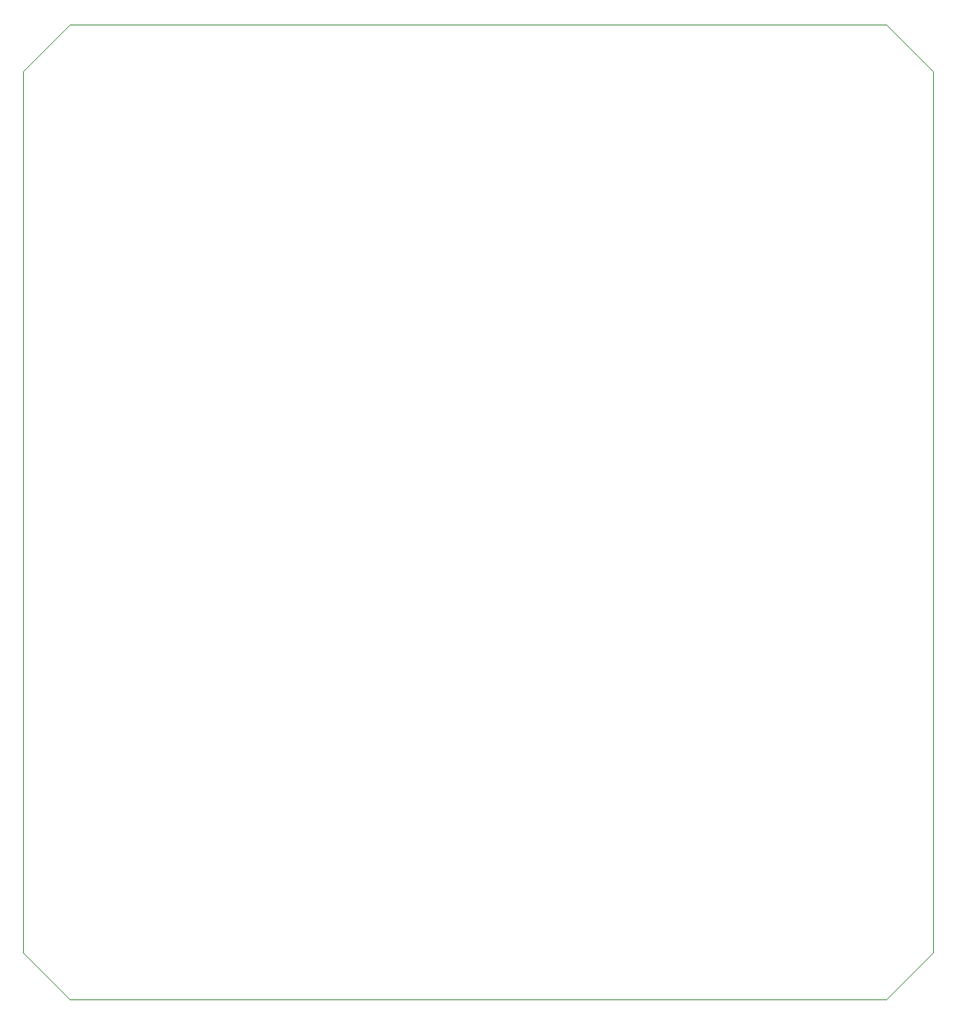
<source format=gm1>
G04 #@! TF.GenerationSoftware,KiCad,Pcbnew,9.0.0*
G04 #@! TF.CreationDate,2025-04-21T22:07:49+01:00*
G04 #@! TF.ProjectId,LED_Hub,4c45445f-4875-4622-9e6b-696361645f70,rev?*
G04 #@! TF.SameCoordinates,Original*
G04 #@! TF.FileFunction,Profile,NP*
%FSLAX46Y46*%
G04 Gerber Fmt 4.6, Leading zero omitted, Abs format (unit mm)*
G04 Created by KiCad (PCBNEW 9.0.0) date 2025-04-21 22:07:49*
%MOMM*%
%LPD*%
G01*
G04 APERTURE LIST*
G04 #@! TA.AperFunction,Profile*
%ADD10C,0.100000*%
G04 #@! TD*
G04 APERTURE END LIST*
D10*
X203000000Y-40000000D02*
X115800000Y-40000000D01*
X115800000Y-144000000D02*
X110800000Y-139000000D01*
X203000000Y-144000000D02*
X115800000Y-144000000D01*
X203000000Y-40000000D02*
X208000000Y-45000000D01*
X208000000Y-139000000D02*
X208000000Y-45000000D01*
X110800000Y-139000000D02*
X110800000Y-45000000D01*
X115800000Y-40000000D02*
X110800000Y-45000000D01*
X203000000Y-144000000D02*
X208000000Y-139000000D01*
M02*

</source>
